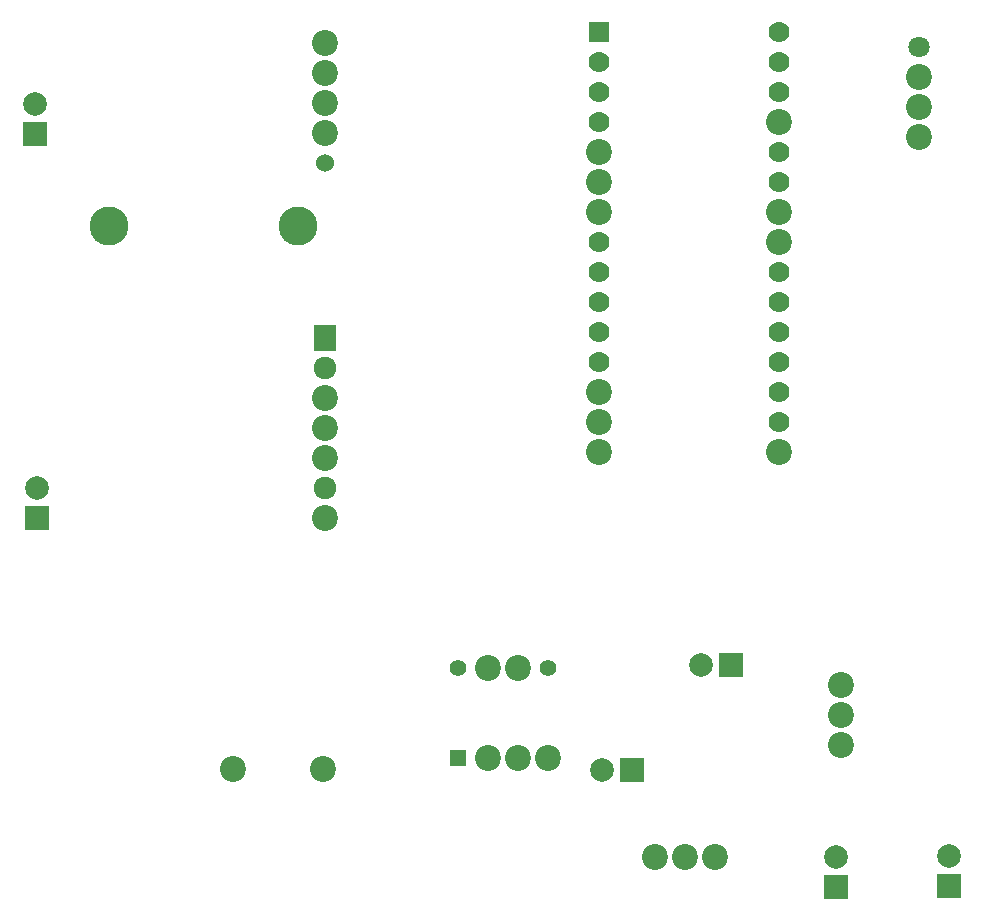
<source format=gtl>
G04 Layer: TopLayer*
G04 EasyEDA v6.3.22, 2020-02-07T10:38:26+05:30*
G04 d98ca743bd924faf94c975302ac9eeb7,545d4b8ce55c4096bfffc31d6a5384ca,10*
G04 Gerber Generator version 0.2*
G04 Scale: 100 percent, Rotated: No, Reflected: No *
G04 Dimensions in millimeters *
G04 leading zeros omitted , absolute positions ,3 integer and 3 decimal *
%FSLAX33Y33*%
%MOMM*%
G90*
G71D02*

%ADD11R,1.999996X1.999996*%
%ADD12C,1.999996*%
%ADD13C,2.199996*%
%ADD14C,1.778000*%
%ADD15R,1.778000X1.778000*%
%ADD16C,1.799996*%
%ADD17R,1.919986X2.199996*%
%ADD18C,1.919986*%
%ADD19C,3.302000*%
%ADD20C,1.524000*%
%ADD21R,1.397000X1.397000*%
%ADD22C,1.397000*%

%LPD*%
G54D11*
G01X89154Y5715D03*
G54D12*
G01X89154Y8255D03*
G54D11*
G01X71882Y15621D03*
G54D12*
G01X69342Y15621D03*
G54D11*
G01X21463Y36957D03*
G54D12*
G01X21463Y39497D03*
G54D11*
G01X21336Y69469D03*
G54D12*
G01X21336Y72009D03*
G54D13*
G01X89535Y20330D03*
G01X89535Y22870D03*
G01X89535Y17769D03*
G01X76316Y8255D03*
G01X73776Y8255D03*
G01X78877Y8255D03*
G01X69088Y67945D03*
G54D14*
G01X69088Y70485D03*
G01X69088Y73025D03*
G01X69088Y75565D03*
G54D15*
G01X69088Y78105D03*
G54D13*
G01X69088Y65405D03*
G01X69088Y62865D03*
G54D14*
G01X69088Y60325D03*
G01X69088Y57785D03*
G01X69088Y55245D03*
G01X69088Y52705D03*
G01X69088Y50165D03*
G54D13*
G01X69088Y47625D03*
G01X69088Y45085D03*
G01X69088Y42545D03*
G54D14*
G01X84328Y78105D03*
G01X84328Y75565D03*
G01X84328Y73025D03*
G54D13*
G01X84328Y70485D03*
G54D14*
G01X84328Y67945D03*
G01X84328Y65405D03*
G54D13*
G01X84328Y62865D03*
G01X84328Y60325D03*
G54D14*
G01X84328Y57785D03*
G01X84328Y55245D03*
G01X84328Y52705D03*
G01X84328Y50165D03*
G01X84328Y47625D03*
G01X84328Y45085D03*
G54D13*
G01X84328Y42545D03*
G54D16*
G01X96139Y76835D03*
G54D13*
G01X96139Y74295D03*
G01X96139Y71755D03*
G01X96139Y69215D03*
G01X38100Y15748D03*
G01X45720Y15748D03*
G54D17*
G01X45847Y52197D03*
G54D18*
G01X45847Y49657D03*
G54D13*
G01X45847Y47117D03*
G01X45847Y44577D03*
G01X45847Y42037D03*
G54D18*
G01X45847Y39497D03*
G54D13*
G01X45847Y36957D03*
G54D11*
G01X80264Y24511D03*
G54D12*
G01X77724Y24511D03*
G54D19*
G01X43586Y61685D03*
G01X27586Y61685D03*
G54D13*
G01X45847Y77216D03*
G01X45847Y74676D03*
G01X45847Y72136D03*
G01X45847Y69596D03*
G54D20*
G01X45847Y67056D03*
G54D21*
G01X57150Y16637D03*
G54D13*
G01X59690Y16637D03*
G01X62230Y16637D03*
G01X64770Y16637D03*
G54D22*
G01X64770Y24257D03*
G54D13*
G01X62230Y24257D03*
G01X59690Y24257D03*
G54D22*
G01X57150Y24257D03*
G54D11*
G01X98679Y5842D03*
G54D12*
G01X98679Y8382D03*
M00*
M02*

</source>
